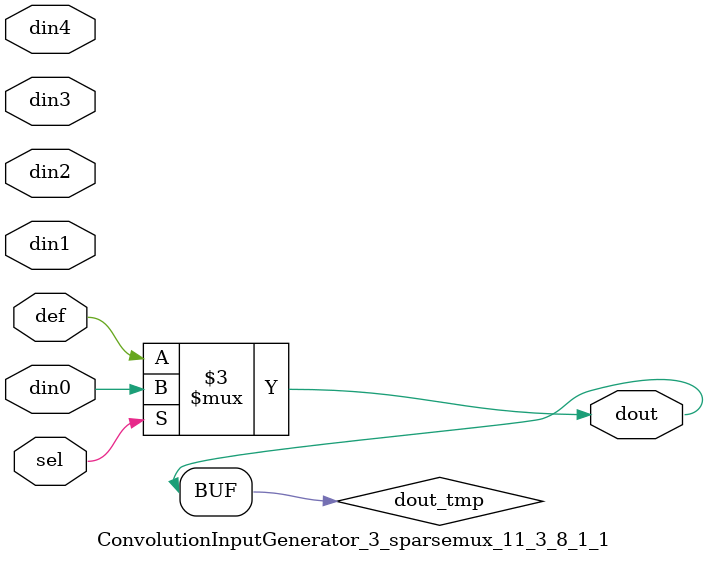
<source format=v>
`timescale 1ns / 1ps

module ConvolutionInputGenerator_3_sparsemux_11_3_8_1_1 (din0,din1,din2,din3,din4,def,sel,dout);

parameter din0_WIDTH = 1;

parameter din1_WIDTH = 1;

parameter din2_WIDTH = 1;

parameter din3_WIDTH = 1;

parameter din4_WIDTH = 1;

parameter def_WIDTH = 1;
parameter sel_WIDTH = 1;
parameter dout_WIDTH = 1;

parameter [sel_WIDTH-1:0] CASE0 = 1;

parameter [sel_WIDTH-1:0] CASE1 = 1;

parameter [sel_WIDTH-1:0] CASE2 = 1;

parameter [sel_WIDTH-1:0] CASE3 = 1;

parameter [sel_WIDTH-1:0] CASE4 = 1;

parameter ID = 1;
parameter NUM_STAGE = 1;



input [din0_WIDTH-1:0] din0;

input [din1_WIDTH-1:0] din1;

input [din2_WIDTH-1:0] din2;

input [din3_WIDTH-1:0] din3;

input [din4_WIDTH-1:0] din4;

input [def_WIDTH-1:0] def;
input [sel_WIDTH-1:0] sel;

output [dout_WIDTH-1:0] dout;



reg [dout_WIDTH-1:0] dout_tmp;

always @ (*) begin
case (sel)
    
    CASE0 : dout_tmp = din0;
    
    CASE1 : dout_tmp = din1;
    
    CASE2 : dout_tmp = din2;
    
    CASE3 : dout_tmp = din3;
    
    CASE4 : dout_tmp = din4;
    
    default : dout_tmp = def;
endcase
end


assign dout = dout_tmp;



endmodule

</source>
